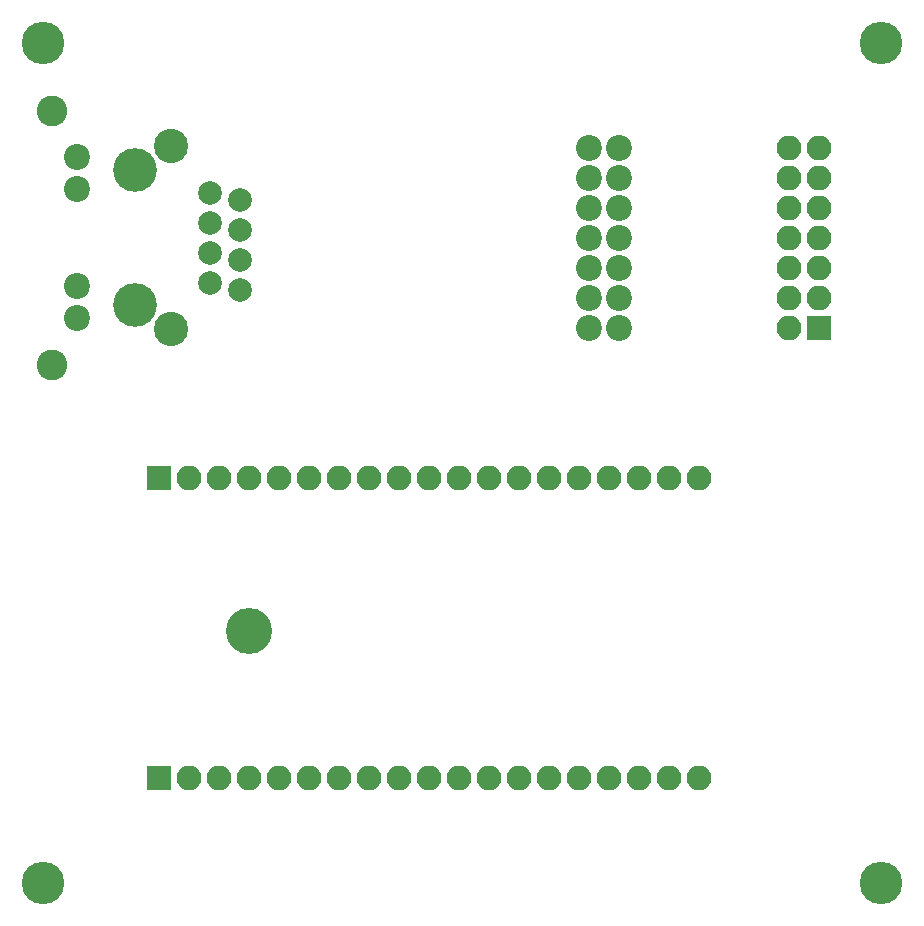
<source format=gbr>
G04 #@! TF.FileFunction,Soldermask,Bot*
%FSLAX46Y46*%
G04 Gerber Fmt 4.6, Leading zero omitted, Abs format (unit mm)*
G04 Created by KiCad (PCBNEW 4.0.6) date Thu Nov  2 19:42:21 2017*
%MOMM*%
%LPD*%
G01*
G04 APERTURE LIST*
%ADD10C,0.100000*%
%ADD11C,3.900000*%
%ADD12R,2.100000X2.100000*%
%ADD13O,2.100000X2.100000*%
%ADD14C,3.600000*%
%ADD15C,2.200000*%
%ADD16C,3.700000*%
%ADD17C,2.000000*%
%ADD18C,2.900000*%
%ADD19C,2.600000*%
G04 APERTURE END LIST*
D10*
D11*
X139700000Y-76454000D03*
D12*
X132080000Y-88900000D03*
D13*
X134620000Y-88900000D03*
X137160000Y-88900000D03*
X139700000Y-88900000D03*
X142240000Y-88900000D03*
X144780000Y-88900000D03*
X147320000Y-88900000D03*
X149860000Y-88900000D03*
X152400000Y-88900000D03*
X154940000Y-88900000D03*
X157480000Y-88900000D03*
X160020000Y-88900000D03*
X162560000Y-88900000D03*
X165100000Y-88900000D03*
X167640000Y-88900000D03*
X170180000Y-88900000D03*
X172720000Y-88900000D03*
X175260000Y-88900000D03*
X177800000Y-88900000D03*
D12*
X132080000Y-63500000D03*
D13*
X134620000Y-63500000D03*
X137160000Y-63500000D03*
X139700000Y-63500000D03*
X142240000Y-63500000D03*
X144780000Y-63500000D03*
X147320000Y-63500000D03*
X149860000Y-63500000D03*
X152400000Y-63500000D03*
X154940000Y-63500000D03*
X157480000Y-63500000D03*
X160020000Y-63500000D03*
X162560000Y-63500000D03*
X165100000Y-63500000D03*
X167640000Y-63500000D03*
X170180000Y-63500000D03*
X172720000Y-63500000D03*
X175260000Y-63500000D03*
X177800000Y-63500000D03*
D14*
X122270000Y-26670000D03*
X122270000Y-97790000D03*
X193230000Y-97790000D03*
X193230000Y-26670000D03*
D15*
X171000000Y-50800000D03*
X171000000Y-48260000D03*
X171000000Y-45720000D03*
X171000000Y-43180000D03*
X171000000Y-40640000D03*
X171000000Y-38100000D03*
X171000000Y-35560000D03*
X168460000Y-38100000D03*
X168460000Y-35560000D03*
X168460000Y-40640000D03*
X168460000Y-43180000D03*
X168460000Y-45720000D03*
X168460000Y-48260000D03*
D16*
X130000000Y-37460000D03*
X130000000Y-48900000D03*
D17*
X136350000Y-46990000D03*
X138890000Y-47630000D03*
X136350000Y-44450000D03*
X138890000Y-45080000D03*
X136350000Y-41910000D03*
X138890000Y-42540000D03*
X136350000Y-39370000D03*
D18*
X133050000Y-35430000D03*
X133050000Y-50930000D03*
D17*
X138890000Y-40010000D03*
D15*
X125140000Y-36340000D03*
X125140000Y-39100000D03*
X125140000Y-47300000D03*
X125140000Y-50020000D03*
X168460000Y-50800000D03*
D19*
X123040000Y-32430000D03*
X123040000Y-53930000D03*
D12*
X187960000Y-50800000D03*
D13*
X185420000Y-50800000D03*
X187960000Y-48260000D03*
X185420000Y-48260000D03*
X187960000Y-45720000D03*
X185420000Y-45720000D03*
X187960000Y-43180000D03*
X185420000Y-43180000D03*
X187960000Y-40640000D03*
X185420000Y-40640000D03*
X187960000Y-38100000D03*
X185420000Y-38100000D03*
X187960000Y-35560000D03*
X185420000Y-35560000D03*
M02*

</source>
